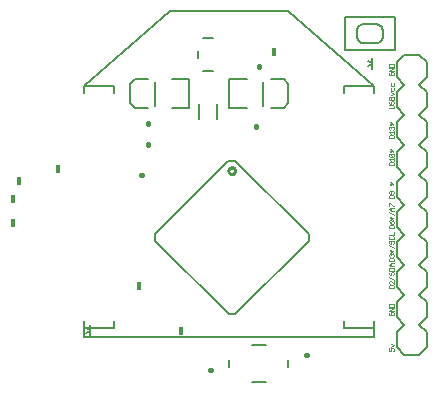
<source format=gto>
G75*
G70*
%OFA0B0*%
%FSLAX24Y24*%
%IPPOS*%
%LPD*%
%AMOC8*
5,1,8,0,0,1.08239X$1,22.5*
%
%ADD10C,0.0010*%
%ADD11C,0.0160*%
%ADD12C,0.0080*%
%ADD13C,0.0050*%
%ADD14R,0.0160X0.0280*%
%ADD15C,0.0100*%
D10*
X017345Y002305D02*
X017420Y002305D01*
X017395Y002355D01*
X017395Y002380D01*
X017420Y002405D01*
X017470Y002405D01*
X017495Y002380D01*
X017495Y002330D01*
X017470Y002305D01*
X017345Y002305D02*
X017345Y002405D01*
X017395Y002452D02*
X017495Y002502D01*
X017395Y002552D01*
X017370Y003505D02*
X017470Y003505D01*
X017495Y003530D01*
X017495Y003580D01*
X017470Y003605D01*
X017420Y003605D01*
X017420Y003555D01*
X017370Y003505D02*
X017345Y003530D01*
X017345Y003580D01*
X017370Y003605D01*
X017345Y003652D02*
X017495Y003752D01*
X017345Y003752D01*
X017345Y003800D02*
X017345Y003875D01*
X017370Y003900D01*
X017470Y003900D01*
X017495Y003875D01*
X017495Y003800D01*
X017345Y003800D01*
X017345Y003652D02*
X017495Y003652D01*
X017495Y004405D02*
X017345Y004405D01*
X017345Y004480D01*
X017370Y004505D01*
X017470Y004505D01*
X017495Y004480D01*
X017495Y004405D01*
X017495Y004552D02*
X017395Y004652D01*
X017370Y004652D01*
X017345Y004627D01*
X017345Y004577D01*
X017370Y004552D01*
X017495Y004552D02*
X017495Y004652D01*
X017495Y004700D02*
X017345Y004800D01*
X017370Y004847D02*
X017395Y004847D01*
X017420Y004872D01*
X017420Y004922D01*
X017445Y004947D01*
X017470Y004947D01*
X017495Y004922D01*
X017495Y004872D01*
X017470Y004847D01*
X017370Y004847D02*
X017345Y004872D01*
X017345Y004922D01*
X017370Y004947D01*
X017345Y004994D02*
X017345Y005069D01*
X017370Y005094D01*
X017470Y005094D01*
X017495Y005069D01*
X017495Y004994D01*
X017345Y004994D01*
X017395Y005142D02*
X017345Y005192D01*
X017395Y005242D01*
X017495Y005242D01*
X017495Y005305D02*
X017495Y005380D01*
X017470Y005405D01*
X017370Y005405D01*
X017345Y005380D01*
X017345Y005305D01*
X017495Y005305D01*
X017420Y005242D02*
X017420Y005142D01*
X017395Y005142D02*
X017495Y005142D01*
X017470Y005452D02*
X017495Y005477D01*
X017495Y005527D01*
X017470Y005552D01*
X017445Y005552D01*
X017420Y005527D01*
X017420Y005502D01*
X017420Y005527D02*
X017395Y005552D01*
X017370Y005552D01*
X017345Y005527D01*
X017345Y005477D01*
X017370Y005452D01*
X017370Y005600D02*
X017470Y005700D01*
X017420Y005700D02*
X017420Y005600D01*
X017470Y005600D02*
X017370Y005700D01*
X017370Y005650D02*
X017470Y005650D01*
X017495Y005747D02*
X017345Y005847D01*
X017370Y005894D02*
X017395Y005894D01*
X017420Y005919D01*
X017420Y005969D01*
X017445Y005994D01*
X017470Y005994D01*
X017495Y005969D01*
X017495Y005919D01*
X017470Y005894D01*
X017370Y005894D02*
X017345Y005919D01*
X017345Y005969D01*
X017370Y005994D01*
X017370Y006042D02*
X017470Y006042D01*
X017495Y006067D01*
X017495Y006117D01*
X017470Y006142D01*
X017495Y006189D02*
X017345Y006189D01*
X017370Y006142D02*
X017345Y006117D01*
X017345Y006067D01*
X017370Y006042D01*
X017495Y006189D02*
X017495Y006289D01*
X017495Y006405D02*
X017345Y006405D01*
X017345Y006480D01*
X017370Y006505D01*
X017470Y006505D01*
X017495Y006480D01*
X017495Y006405D01*
X017470Y006552D02*
X017495Y006577D01*
X017495Y006627D01*
X017470Y006652D01*
X017445Y006652D01*
X017420Y006627D01*
X017420Y006552D01*
X017470Y006552D01*
X017420Y006552D02*
X017370Y006602D01*
X017345Y006652D01*
X017370Y006700D02*
X017470Y006800D01*
X017420Y006800D02*
X017420Y006700D01*
X017470Y006700D02*
X017370Y006800D01*
X017370Y006750D02*
X017470Y006750D01*
X017495Y006847D02*
X017345Y006947D01*
X017395Y006994D02*
X017345Y007044D01*
X017395Y007094D01*
X017495Y007094D01*
X017495Y007142D02*
X017470Y007142D01*
X017370Y007242D01*
X017345Y007242D01*
X017345Y007142D01*
X017420Y007094D02*
X017420Y006994D01*
X017395Y006994D02*
X017495Y006994D01*
X017495Y007405D02*
X017345Y007405D01*
X017345Y007480D01*
X017370Y007505D01*
X017470Y007505D01*
X017495Y007480D01*
X017495Y007405D01*
X017470Y007552D02*
X017495Y007577D01*
X017495Y007627D01*
X017470Y007652D01*
X017370Y007652D01*
X017345Y007627D01*
X017345Y007577D01*
X017370Y007552D01*
X017395Y007552D01*
X017420Y007577D01*
X017420Y007652D01*
X017420Y007847D02*
X017420Y007947D01*
X017470Y007947D02*
X017370Y007847D01*
X017370Y007897D02*
X017470Y007897D01*
X017470Y007847D02*
X017370Y007947D01*
X017345Y008505D02*
X017345Y008580D01*
X017370Y008605D01*
X017470Y008605D01*
X017495Y008580D01*
X017495Y008505D01*
X017345Y008505D01*
X017395Y008652D02*
X017345Y008702D01*
X017495Y008702D01*
X017495Y008652D02*
X017495Y008752D01*
X017470Y008800D02*
X017370Y008900D01*
X017470Y008900D01*
X017495Y008875D01*
X017495Y008825D01*
X017470Y008800D01*
X017370Y008800D01*
X017345Y008825D01*
X017345Y008875D01*
X017370Y008900D01*
X017370Y008947D02*
X017470Y009047D01*
X017470Y008997D02*
X017370Y008997D01*
X017370Y009047D02*
X017470Y008947D01*
X017420Y008947D02*
X017420Y009047D01*
X017345Y009405D02*
X017495Y009405D01*
X017495Y009480D01*
X017470Y009505D01*
X017370Y009505D01*
X017345Y009480D01*
X017345Y009405D01*
X017395Y009552D02*
X017345Y009602D01*
X017495Y009602D01*
X017495Y009552D02*
X017495Y009652D01*
X017470Y009700D02*
X017495Y009725D01*
X017495Y009775D01*
X017470Y009800D01*
X017445Y009800D01*
X017420Y009775D01*
X017420Y009750D01*
X017420Y009775D02*
X017395Y009800D01*
X017370Y009800D01*
X017345Y009775D01*
X017345Y009725D01*
X017370Y009700D01*
X017370Y009847D02*
X017470Y009947D01*
X017470Y009897D02*
X017370Y009897D01*
X017370Y009947D02*
X017470Y009847D01*
X017420Y009847D02*
X017420Y009947D01*
X017470Y010405D02*
X017495Y010430D01*
X017495Y010480D01*
X017470Y010505D01*
X017345Y010505D01*
X017370Y010552D02*
X017395Y010552D01*
X017420Y010577D01*
X017420Y010627D01*
X017445Y010652D01*
X017470Y010652D01*
X017495Y010627D01*
X017495Y010577D01*
X017470Y010552D01*
X017370Y010552D02*
X017345Y010577D01*
X017345Y010627D01*
X017370Y010652D01*
X017345Y010700D02*
X017345Y010775D01*
X017370Y010800D01*
X017395Y010800D01*
X017420Y010775D01*
X017420Y010700D01*
X017420Y010775D02*
X017445Y010800D01*
X017470Y010800D01*
X017495Y010775D01*
X017495Y010700D01*
X017345Y010700D01*
X017395Y010847D02*
X017495Y010897D01*
X017395Y010947D01*
X017420Y010994D02*
X017470Y010994D01*
X017495Y011019D01*
X017495Y011094D01*
X017470Y011142D02*
X017495Y011167D01*
X017495Y011242D01*
X017395Y011242D02*
X017395Y011167D01*
X017420Y011142D01*
X017470Y011142D01*
X017395Y011094D02*
X017395Y011019D01*
X017420Y010994D01*
X017470Y011505D02*
X017495Y011530D01*
X017495Y011580D01*
X017470Y011605D01*
X017420Y011605D01*
X017420Y011555D01*
X017370Y011505D02*
X017470Y011505D01*
X017370Y011505D02*
X017345Y011530D01*
X017345Y011580D01*
X017370Y011605D01*
X017345Y011652D02*
X017495Y011752D01*
X017345Y011752D01*
X017345Y011800D02*
X017345Y011875D01*
X017370Y011900D01*
X017470Y011900D01*
X017495Y011875D01*
X017495Y011800D01*
X017345Y011800D01*
X017345Y011652D02*
X017495Y011652D01*
X017470Y010405D02*
X017345Y010405D01*
D11*
X013000Y011788D02*
X013000Y011812D01*
X012900Y009812D02*
X012900Y009788D01*
X009300Y009888D02*
X009300Y009912D01*
X009300Y009212D02*
X009300Y009188D01*
X009112Y008200D02*
X009088Y008200D01*
X014588Y002200D02*
X014612Y002200D01*
X011412Y001700D02*
X011388Y001700D01*
D12*
X007177Y002800D02*
X016823Y002800D01*
X016823Y003095D01*
X016823Y003312D01*
X016823Y003095D02*
X015839Y003095D01*
X015839Y003312D01*
X017600Y003450D02*
X017600Y003950D01*
X017850Y004200D01*
X017600Y004450D01*
X017600Y004950D01*
X017850Y005200D01*
X017600Y005450D01*
X017600Y005950D01*
X017850Y006200D01*
X017600Y006450D01*
X017600Y006950D01*
X017850Y007200D01*
X017600Y007450D01*
X017600Y007950D01*
X017850Y008200D01*
X017600Y008450D01*
X017600Y008950D01*
X017850Y009200D01*
X017600Y009450D01*
X017600Y009950D01*
X017850Y010200D01*
X017600Y010450D01*
X017600Y010950D01*
X017850Y011200D01*
X017600Y011450D01*
X017600Y011950D01*
X017850Y012200D01*
X018350Y012200D01*
X018600Y011950D01*
X018600Y011450D01*
X018350Y011200D01*
X018600Y010950D01*
X018600Y010450D01*
X018350Y010200D01*
X018600Y009950D01*
X018600Y009450D01*
X018350Y009200D01*
X018600Y008950D01*
X018600Y008450D01*
X018350Y008200D01*
X018600Y007950D01*
X018600Y007450D01*
X018350Y007200D01*
X018600Y006950D01*
X018600Y006450D01*
X018350Y006200D01*
X018600Y005950D01*
X018600Y005450D01*
X018350Y005200D01*
X018600Y004950D01*
X018600Y004450D01*
X018350Y004200D01*
X018600Y003950D01*
X018600Y003450D01*
X018350Y003200D01*
X018600Y002950D01*
X018600Y002450D01*
X018350Y002200D01*
X017850Y002200D01*
X017600Y002450D01*
X017600Y002950D01*
X017850Y003200D01*
X017600Y003450D01*
X014661Y005993D02*
X012216Y003539D01*
X011993Y003539D01*
X009539Y005984D01*
X009539Y006207D01*
X011984Y008661D01*
X012207Y008661D01*
X014661Y006216D01*
X014661Y005993D01*
X013236Y002530D02*
X012764Y002530D01*
X012016Y002018D02*
X012016Y001782D01*
X012764Y001270D02*
X013236Y001270D01*
X013984Y001782D02*
X013984Y002018D01*
X008161Y003095D02*
X008161Y003312D01*
X008161Y003095D02*
X007177Y003095D01*
X007177Y003312D01*
X007177Y003095D02*
X007177Y002800D01*
X007245Y002908D02*
X007367Y003000D01*
X007367Y003181D01*
X007245Y003086D02*
X007361Y003010D01*
X007367Y003000D02*
X007367Y002819D01*
X011000Y010050D02*
X011000Y010550D01*
X010684Y010428D02*
X010094Y010428D01*
X010684Y010428D02*
X010684Y011372D01*
X010094Y011372D01*
X009306Y011372D02*
X008873Y011372D01*
X008716Y011215D01*
X008716Y010585D01*
X008873Y010428D01*
X009306Y010428D01*
X008161Y010910D02*
X008161Y011166D01*
X007177Y011166D01*
X007177Y010910D01*
X007177Y011166D02*
X010031Y013666D01*
X013969Y013666D01*
X016823Y011166D01*
X015839Y011166D01*
X015839Y010910D01*
X016823Y010910D02*
X016823Y011166D01*
X016767Y011719D02*
X016767Y011900D01*
X016645Y011808D01*
X016767Y011900D02*
X016767Y012081D01*
X016645Y011986D02*
X016761Y011910D01*
X013984Y011215D02*
X013984Y010585D01*
X013827Y010428D01*
X013394Y010428D01*
X012606Y010428D02*
X012016Y010428D01*
X012016Y011372D01*
X012606Y011372D01*
X013394Y011372D02*
X013827Y011372D01*
X013984Y011215D01*
X011600Y010550D02*
X011600Y010050D01*
X011469Y011640D02*
X011131Y011640D01*
X010981Y012094D02*
X010981Y012306D01*
X011131Y012760D02*
X011469Y012760D01*
D13*
X013150Y011300D02*
X013150Y010500D01*
X015873Y012349D02*
X015873Y013451D01*
X017527Y013451D01*
X017527Y012349D01*
X015873Y012349D01*
X016267Y012821D02*
X016267Y012979D01*
X016269Y013007D01*
X016274Y013035D01*
X016282Y013063D01*
X016294Y013089D01*
X016309Y013113D01*
X016326Y013135D01*
X016347Y013156D01*
X016369Y013173D01*
X016393Y013188D01*
X016419Y013200D01*
X016447Y013208D01*
X016475Y013213D01*
X016503Y013215D01*
X016897Y013215D01*
X016925Y013213D01*
X016953Y013208D01*
X016981Y013200D01*
X017007Y013188D01*
X017031Y013173D01*
X017053Y013156D01*
X017074Y013135D01*
X017091Y013113D01*
X017106Y013089D01*
X017118Y013063D01*
X017126Y013035D01*
X017131Y013007D01*
X017133Y012979D01*
X017133Y012821D01*
X017131Y012793D01*
X017126Y012765D01*
X017118Y012737D01*
X017106Y012711D01*
X017091Y012687D01*
X017074Y012665D01*
X017053Y012644D01*
X017031Y012627D01*
X017007Y012612D01*
X016981Y012600D01*
X016953Y012592D01*
X016925Y012587D01*
X016897Y012585D01*
X016503Y012585D01*
X016475Y012587D01*
X016447Y012592D01*
X016419Y012600D01*
X016393Y012612D01*
X016369Y012627D01*
X016347Y012644D01*
X016326Y012665D01*
X016309Y012687D01*
X016294Y012711D01*
X016282Y012737D01*
X016274Y012765D01*
X016269Y012793D01*
X016267Y012821D01*
X009550Y011300D02*
X009550Y010500D01*
D14*
X006300Y008400D03*
X005000Y008000D03*
X004800Y007400D03*
X004800Y006600D03*
X009000Y004500D03*
X010400Y003000D03*
X013500Y012300D03*
D15*
X011985Y008327D02*
X011987Y008347D01*
X011992Y008367D01*
X012002Y008385D01*
X012014Y008402D01*
X012029Y008416D01*
X012047Y008426D01*
X012066Y008434D01*
X012086Y008438D01*
X012106Y008438D01*
X012126Y008434D01*
X012145Y008426D01*
X012163Y008416D01*
X012178Y008402D01*
X012190Y008385D01*
X012200Y008367D01*
X012205Y008347D01*
X012207Y008327D01*
X012205Y008307D01*
X012200Y008287D01*
X012190Y008269D01*
X012178Y008252D01*
X012163Y008238D01*
X012145Y008228D01*
X012126Y008220D01*
X012106Y008216D01*
X012086Y008216D01*
X012066Y008220D01*
X012047Y008228D01*
X012029Y008238D01*
X012014Y008252D01*
X012002Y008269D01*
X011992Y008287D01*
X011987Y008307D01*
X011985Y008327D01*
M02*

</source>
